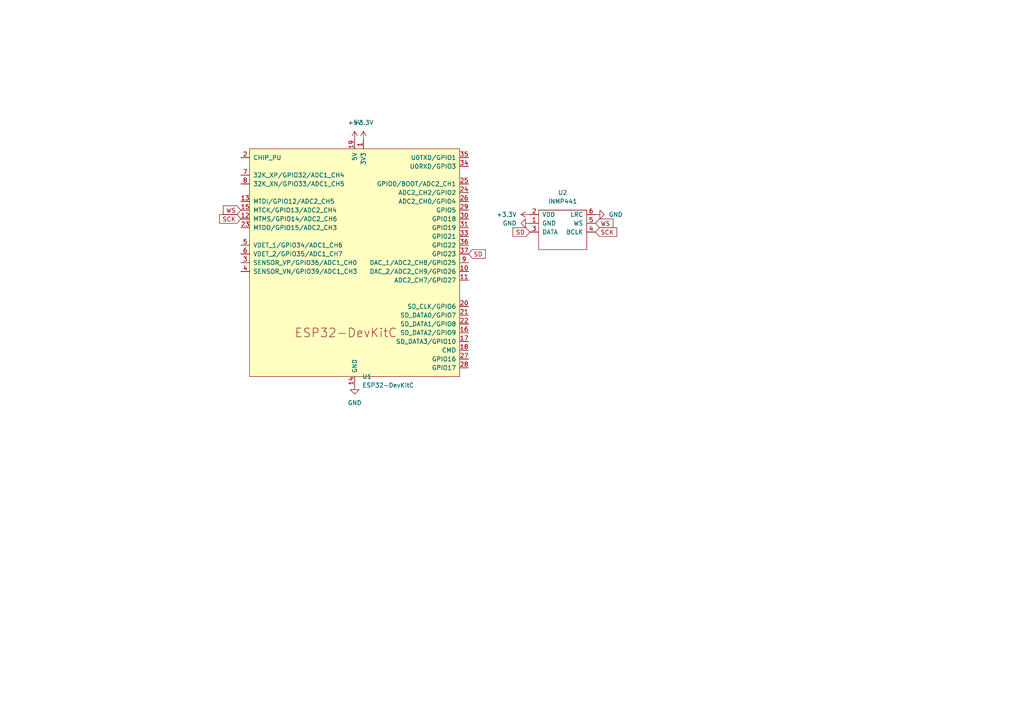
<source format=kicad_sch>
(kicad_sch (version 20230121) (generator eeschema)
  (paper "A4")
  (lib_symbols
    (symbol "INMP441:INMP441" (pin_names (offset 1.016))
      (property "Reference" "U" (at 0 0 0))
      (property "Value" "INMP441" (at 0 -12.7 0))
      (symbol "INMP441_0_1"
        (rectangle (start -7.62 -2.54) (end 6.35 -2.54))
        (rectangle (start 6.35 -13.97) (end -7.62 -2.54))
        (rectangle (start 6.35 -2.54) (end 6.35 -13.97))
      )
      (symbol "INMP441_1_1"
        (pin power_out line (at -10.16 -6.35 0) (length 2.54) (name "GND") (number "1"))
        (pin power_in line (at -10.16 -3.81 0) (length 2.54) (name "VDD") (number "2"))
        (pin output line (at -10.16 -8.89 0) (length 2.54) (name "DATA") (number "3"))
        (pin input line (at 8.89 -8.89 180) (length 2.54) (name "BCLK") (number "4"))
        (pin input line (at 8.89 -6.35 180) (length 2.54) (name "WS") (number "5"))
        (pin input line (at 8.89 -3.81 180) (length 2.54) (name "LRC") (number "6"))
      )
    )
    (symbol "PCM_Espressif:ESP32-DevKitC" (pin_names (offset 1.016))
      (property "Reference" "U" (at -30.48 38.1 0))
      (property "Value" "ESP32-DevKitC" (at -30.48 35.56 0))
      (symbol "ESP32-DevKitC_0_0"
        (text "ESP32-DevKitC" (at -2.54 -20.32 0) (effects (font (size 2.54 2.54))))
        (pin power_in line (at 0 -35.56 90) (length 2.54) (name "GND") (number "14"))
        (pin power_in line (at 0 35.56 270) (length 2.54) (name "5V") (number "19"))
      )
      (symbol "ESP32-DevKitC_0_1"
        (rectangle (start -30.48 33.02) (end 30.48 -33.02) (fill (type background)))
      )
      (symbol "ESP32-DevKitC_1_1"
        (pin power_in line (at 2.54 35.56 270) (length 2.54) (name "3V3") (number "1"))
        (pin bidirectional line (at 33.02 -2.54 180) (length 2.54) (name "DAC_2/ADC2_CH9/GPIO26") (number "10"))
        (pin bidirectional line (at 33.02 -5.08 180) (length 2.54) (name "ADC2_CH7/GPIO27") (number "11"))
        (pin bidirectional line (at -33.02 12.7 0) (length 2.54) (name "MTMS/GPIO14/ADC2_CH6") (number "12"))
        (pin bidirectional line (at -33.02 17.78 0) (length 2.54) (name "MTDI/GPIO12/ADC2_CH5") (number "13"))
        (pin bidirectional line (at -33.02 15.24 0) (length 2.54) (name "MTCK/GPIO13/ADC2_CH4") (number "15"))
        (pin bidirectional line (at 33.02 -20.32 180) (length 2.54) (name "SD_DATA2/GPIO9") (number "16"))
        (pin bidirectional line (at 33.02 -22.86 180) (length 2.54) (name "SD_DATA3/GPIO10") (number "17"))
        (pin bidirectional line (at 33.02 -25.4 180) (length 2.54) (name "CMD") (number "18"))
        (pin input line (at -33.02 30.48 0) (length 2.54) (name "CHIP_PU") (number "2"))
        (pin bidirectional line (at 33.02 -12.7 180) (length 2.54) (name "SD_CLK/GPIO6") (number "20"))
        (pin bidirectional line (at 33.02 -15.24 180) (length 2.54) (name "SD_DATA0/GPIO7") (number "21"))
        (pin bidirectional line (at 33.02 -17.78 180) (length 2.54) (name "SD_DATA1/GPIO8") (number "22"))
        (pin bidirectional line (at -33.02 10.16 0) (length 2.54) (name "MTDO/GPIO15/ADC2_CH3") (number "23"))
        (pin bidirectional line (at 33.02 20.32 180) (length 2.54) (name "ADC2_CH2/GPIO2") (number "24"))
        (pin bidirectional line (at 33.02 22.86 180) (length 2.54) (name "GPIO0/BOOT/ADC2_CH1") (number "25"))
        (pin bidirectional line (at 33.02 17.78 180) (length 2.54) (name "ADC2_CH0/GPIO4") (number "26"))
        (pin bidirectional line (at 33.02 -27.94 180) (length 2.54) (name "GPIO16") (number "27"))
        (pin bidirectional line (at 33.02 -30.48 180) (length 2.54) (name "GPIO17") (number "28"))
        (pin bidirectional line (at 33.02 15.24 180) (length 2.54) (name "GPIO5") (number "29"))
        (pin input line (at -33.02 0 0) (length 2.54) (name "SENSOR_VP/GPIO36/ADC1_CH0") (number "3"))
        (pin bidirectional line (at 33.02 12.7 180) (length 2.54) (name "GPIO18") (number "30"))
        (pin bidirectional line (at 33.02 10.16 180) (length 2.54) (name "GPIO19") (number "31"))
        (pin passive line (at 0 -35.56 90) (length 2.54) hide (name "GND") (number "32"))
        (pin bidirectional line (at 33.02 7.62 180) (length 2.54) (name "GPIO21") (number "33"))
        (pin bidirectional line (at 33.02 27.94 180) (length 2.54) (name "U0RXD/GPIO3") (number "34"))
        (pin bidirectional line (at 33.02 30.48 180) (length 2.54) (name "U0TXD/GPIO1") (number "35"))
        (pin bidirectional line (at 33.02 5.08 180) (length 2.54) (name "GPIO22") (number "36"))
        (pin bidirectional line (at 33.02 2.54 180) (length 2.54) (name "GPIO23") (number "37"))
        (pin passive line (at 0 -35.56 90) (length 2.54) hide (name "GND") (number "38"))
        (pin input line (at -33.02 -2.54 0) (length 2.54) (name "SENSOR_VN/GPIO39/ADC1_CH3") (number "4"))
        (pin input line (at -33.02 5.08 0) (length 2.54) (name "VDET_1/GPIO34/ADC1_CH6") (number "5"))
        (pin input line (at -33.02 2.54 0) (length 2.54) (name "VDET_2/GPIO35/ADC1_CH7") (number "6"))
        (pin bidirectional line (at -33.02 25.4 0) (length 2.54) (name "32K_XP/GPIO32/ADC1_CH4") (number "7"))
        (pin bidirectional line (at -33.02 22.86 0) (length 2.54) (name "32K_XN/GPIO33/ADC1_CH5") (number "8"))
        (pin bidirectional line (at 33.02 0 180) (length 2.54) (name "DAC_1/ADC2_CH8/GPIO25") (number "9"))
      )
    )
    (symbol "power:+3.3V" (power) (pin_names (offset 0))
      (property "Value" "+3.3V" (at 0 3.556 0))
      (symbol "+3.3V_0_1"
        (polyline (pts (xy -0.762 1.27) (xy 0 2.54)))
        (polyline (pts (xy 0 0) (xy 0 2.54)))
        (polyline (pts (xy 0 2.54) (xy 0.762 1.27)))
      )
      (symbol "+3.3V_1_1"
        (pin power_in line (at 0 0 90) (length 0) hide (name "+3.3V") (number "1"))
      )
    )
    (symbol "power:+5V" (power) (pin_names (offset 0))
      (property "Value" "+5V" (at 0 3.556 0))
      (symbol "+5V_0_1"
        (polyline (pts (xy -0.762 1.27) (xy 0 2.54)))
        (polyline (pts (xy 0 0) (xy 0 2.54)))
        (polyline (pts (xy 0 2.54) (xy 0.762 1.27)))
      )
      (symbol "+5V_1_1"
        (pin power_in line (at 0 0 90) (length 0) hide (name "+5V") (number "1"))
      )
    )
    (symbol "power:GND" (power) (pin_names (offset 0))
      (property "Value" "GND" (at 0 -3.81 0))
      (symbol "GND_0_1"
        (polyline (pts (xy 0 0) (xy 0 -1.27) (xy 1.27 -1.27) (xy 0 -2.54) (xy -1.27 -1.27) (xy 0 -1.27)))
      )
      (symbol "GND_1_1"
        (pin power_in line (at 0 0 270) (length 0) hide (name "GND") (number "1"))
      )
    )
  )
  (global_label "WS" (shape input) (at 69.85 60.96 180) (property "Intersheetrefs" "${INTERSHEET_REFS}" (effects hide)))
  (global_label "SD" (shape input) (at 135.89 73.66 0) (property "Intersheetrefs" "${INTERSHEET_REFS}" (effects hide)))
  (global_label "WS" (shape input) (at 172.72 64.77 0) (property "Intersheetrefs" "${INTERSHEET_REFS}" (effects hide)))
  (global_label "SD" (shape input) (at 153.67 67.31 180) (property "Intersheetrefs" "${INTERSHEET_REFS}" (effects hide)))
  (global_label "SCK" (shape input) (at 69.85 63.5 180) (property "Intersheetrefs" "${INTERSHEET_REFS}" (effects hide)))
  (global_label "SCK" (shape input) (at 172.72 67.31 0) (property "Intersheetrefs" "${INTERSHEET_REFS}" (effects hide)))
  (symbol (lib_id "power:GND") (at 102.87 111.76 0) (unit 1)
    (property "Reference" "#PWR03" (effects hide))
    (property "Value" "GND" (at 102.87 116.84 0))
  )
  (symbol (lib_id "power:+3.3V") (at 153.67 62.23 90) (unit 1)
    (property "Reference" "#PWR05" (effects hide))
    (property "Value" "+3.3V" (at 149.86 62.23 90) (effects (justify left)))
  )
  (symbol (lib_id "power:GND") (at 172.72 62.23 90) (unit 1)
    (property "Reference" "#PWR06" (effects hide))
    (property "Value" "GND" (at 176.53 62.23 90) (effects (justify right)))
  )
  (symbol (lib_id "power:GND") (at 153.67 64.77 270) (unit 1)
    (property "Reference" "#PWR04" (effects hide))
    (property "Value" "GND" (at 149.86 64.77 90) (effects (justify right)))
  )
  (symbol (lib_id "power:+5V") (at 102.87 40.64 0) (unit 1)
    (property "Reference" "#PWR02" (effects hide))
    (property "Value" "+5V" (at 102.87 35.56 0))
  )
  (symbol (lib_id "PCM_Espressif:ESP32-DevKitC") (at 102.87 76.2 0) (unit 1)
    (property "Reference" "U1" (at 105.0641 109.22 0) (effects (justify left)))
    (property "Value" "ESP32-DevKitC" (at 105.0641 111.76 0) (effects (justify left)))
    (property "Footprint" "PCM_Espressif:ESP32-DevKitC" (effects hide))
    (property "Datasheet" "https://docs.espressif.com/projects/esp-idf/zh_CN/latest/esp32/hw-reference/esp32/get-started-devkitc.html" (effects hide))
  )
  (symbol (lib_id "INMP441:INMP441") (at 163.83 58.42 0) (unit 1)
    (property "Reference" "U2" (at 163.195 55.88 0))
    (property "Value" "INMP441" (at 163.195 58.42 0))
  )
  (symbol (lib_id "power:+3.3V") (at 105.41 40.64 0) (unit 1)
    (property "Reference" "#PWR01" (effects hide))
    (property "Value" "+3.3V" (at 105.41 35.56 0))
  )
)
</source>
